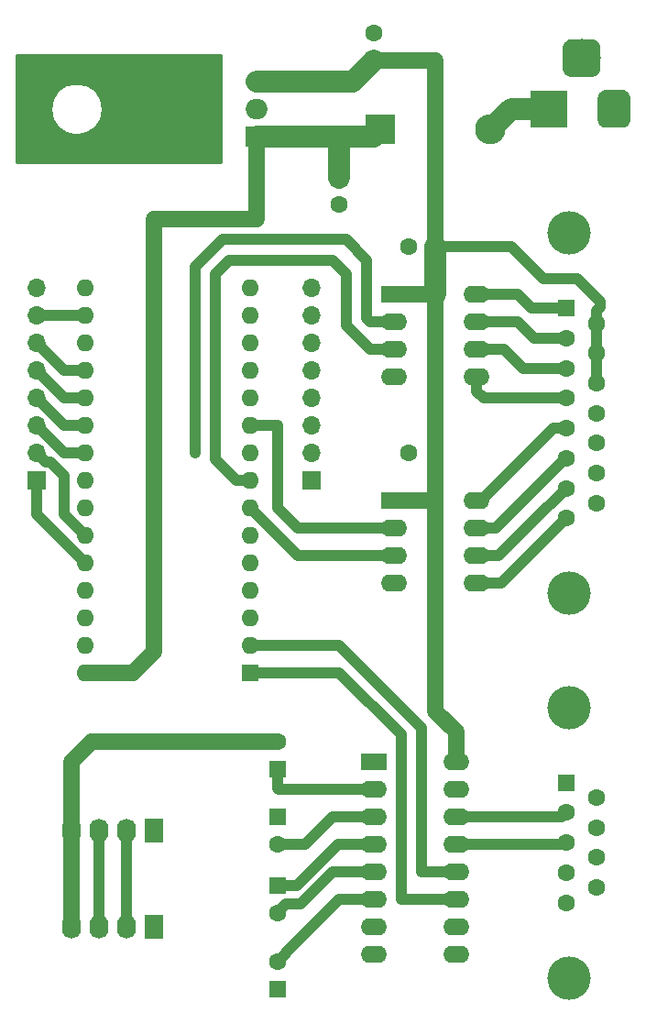
<source format=gbr>
G04 #@! TF.GenerationSoftware,KiCad,Pcbnew,(5.0.0)*
G04 #@! TF.CreationDate,2018-10-30T20:30:18+00:00*
G04 #@! TF.ProjectId,Nano SSI interface,4E616E6F2053534920696E7465726661,rev?*
G04 #@! TF.SameCoordinates,Original*
G04 #@! TF.FileFunction,Copper,L1,Top,Signal*
G04 #@! TF.FilePolarity,Positive*
%FSLAX46Y46*%
G04 Gerber Fmt 4.6, Leading zero omitted, Abs format (unit mm)*
G04 Created by KiCad (PCBNEW (5.0.0)) date 10/30/18 20:30:18*
%MOMM*%
%LPD*%
G01*
G04 APERTURE LIST*
G04 #@! TA.AperFunction,ComponentPad*
%ADD10R,2.800000X2.800000*%
G04 #@! TD*
G04 #@! TA.AperFunction,ComponentPad*
%ADD11O,2.800000X2.800000*%
G04 #@! TD*
G04 #@! TA.AperFunction,ComponentPad*
%ADD12C,1.600000*%
G04 #@! TD*
G04 #@! TA.AperFunction,ComponentPad*
%ADD13R,1.600000X1.600000*%
G04 #@! TD*
G04 #@! TA.AperFunction,ComponentPad*
%ADD14R,3.500000X3.500000*%
G04 #@! TD*
G04 #@! TA.AperFunction,Conductor*
%ADD15C,0.100000*%
G04 #@! TD*
G04 #@! TA.AperFunction,ComponentPad*
%ADD16C,3.000000*%
G04 #@! TD*
G04 #@! TA.AperFunction,ComponentPad*
%ADD17C,3.500000*%
G04 #@! TD*
G04 #@! TA.AperFunction,ComponentPad*
%ADD18C,4.000000*%
G04 #@! TD*
G04 #@! TA.AperFunction,ComponentPad*
%ADD19R,1.740000X2.200000*%
G04 #@! TD*
G04 #@! TA.AperFunction,ComponentPad*
%ADD20O,1.740000X2.200000*%
G04 #@! TD*
G04 #@! TA.AperFunction,ComponentPad*
%ADD21O,1.600000X1.600000*%
G04 #@! TD*
G04 #@! TA.AperFunction,ComponentPad*
%ADD22O,2.400000X1.600000*%
G04 #@! TD*
G04 #@! TA.AperFunction,ComponentPad*
%ADD23R,2.400000X1.600000*%
G04 #@! TD*
G04 #@! TA.AperFunction,ComponentPad*
%ADD24R,2.000000X1.905000*%
G04 #@! TD*
G04 #@! TA.AperFunction,ComponentPad*
%ADD25O,2.000000X1.905000*%
G04 #@! TD*
G04 #@! TA.AperFunction,ComponentPad*
%ADD26O,1.700000X1.700000*%
G04 #@! TD*
G04 #@! TA.AperFunction,ComponentPad*
%ADD27R,1.700000X1.700000*%
G04 #@! TD*
G04 #@! TA.AperFunction,ViaPad*
%ADD28C,0.800000*%
G04 #@! TD*
G04 #@! TA.AperFunction,Conductor*
%ADD29C,2.000000*%
G04 #@! TD*
G04 #@! TA.AperFunction,Conductor*
%ADD30C,1.500000*%
G04 #@! TD*
G04 #@! TA.AperFunction,Conductor*
%ADD31C,1.000000*%
G04 #@! TD*
G04 #@! TA.AperFunction,Conductor*
%ADD32C,0.500000*%
G04 #@! TD*
G04 #@! TA.AperFunction,Conductor*
%ADD33C,0.254000*%
G04 #@! TD*
G04 APERTURE END LIST*
D10*
G04 #@! TO.P,D1,1*
G04 #@! TO.N,Net-(C1-Pad1)*
X194310000Y-33655000D03*
D11*
G04 #@! TO.P,D1,2*
G04 #@! TO.N,Net-(D1-Pad2)*
X204470000Y-33655000D03*
G04 #@! TD*
D12*
G04 #@! TO.P,C1,2*
G04 #@! TO.N,GND*
X190500000Y-40600000D03*
D13*
G04 #@! TO.P,C1,1*
G04 #@! TO.N,Net-(C1-Pad1)*
X190500000Y-38100000D03*
G04 #@! TD*
G04 #@! TO.P,C2,1*
G04 #@! TO.N,+5V*
X193675000Y-27265000D03*
D12*
G04 #@! TO.P,C2,2*
G04 #@! TO.N,GND*
X193675000Y-24765000D03*
G04 #@! TD*
D13*
G04 #@! TO.P,C3,1*
G04 #@! TO.N,Net-(C3-Pad1)*
X184785000Y-97155000D03*
D12*
G04 #@! TO.P,C3,2*
G04 #@! TO.N,Net-(C3-Pad2)*
X184785000Y-99655000D03*
G04 #@! TD*
G04 #@! TO.P,C4,2*
G04 #@! TO.N,Net-(C4-Pad2)*
X184785000Y-106005000D03*
D13*
G04 #@! TO.P,C4,1*
G04 #@! TO.N,Net-(C4-Pad1)*
X184785000Y-103505000D03*
G04 #@! TD*
D12*
G04 #@! TO.P,C5,2*
G04 #@! TO.N,+5V*
X184785000Y-90210000D03*
D13*
G04 #@! TO.P,C5,1*
G04 #@! TO.N,Net-(C5-Pad1)*
X184785000Y-92710000D03*
G04 #@! TD*
G04 #@! TO.P,C6,1*
G04 #@! TO.N,GND*
X184785000Y-113030000D03*
D12*
G04 #@! TO.P,C6,2*
G04 #@! TO.N,Net-(C6-Pad2)*
X184785000Y-110530000D03*
G04 #@! TD*
G04 #@! TO.P,C7,1*
G04 #@! TO.N,+5V*
X199390000Y-44450000D03*
G04 #@! TO.P,C7,2*
G04 #@! TO.N,GND*
X196890000Y-44450000D03*
G04 #@! TD*
G04 #@! TO.P,C8,2*
G04 #@! TO.N,GND*
X196890000Y-63500000D03*
G04 #@! TO.P,C8,1*
G04 #@! TO.N,+5V*
X199390000Y-63500000D03*
G04 #@! TD*
D14*
G04 #@! TO.P,J1,1*
G04 #@! TO.N,Net-(D1-Pad2)*
X209900000Y-31750000D03*
D15*
G04 #@! TD*
G04 #@! TO.N,GND*
G04 #@! TO.C,J1*
G36*
X216723513Y-30003611D02*
X216796318Y-30014411D01*
X216867714Y-30032295D01*
X216937013Y-30057090D01*
X217003548Y-30088559D01*
X217066678Y-30126398D01*
X217125795Y-30170242D01*
X217180330Y-30219670D01*
X217229758Y-30274205D01*
X217273602Y-30333322D01*
X217311441Y-30396452D01*
X217342910Y-30462987D01*
X217367705Y-30532286D01*
X217385589Y-30603682D01*
X217396389Y-30676487D01*
X217400000Y-30750000D01*
X217400000Y-32750000D01*
X217396389Y-32823513D01*
X217385589Y-32896318D01*
X217367705Y-32967714D01*
X217342910Y-33037013D01*
X217311441Y-33103548D01*
X217273602Y-33166678D01*
X217229758Y-33225795D01*
X217180330Y-33280330D01*
X217125795Y-33329758D01*
X217066678Y-33373602D01*
X217003548Y-33411441D01*
X216937013Y-33442910D01*
X216867714Y-33467705D01*
X216796318Y-33485589D01*
X216723513Y-33496389D01*
X216650000Y-33500000D01*
X215150000Y-33500000D01*
X215076487Y-33496389D01*
X215003682Y-33485589D01*
X214932286Y-33467705D01*
X214862987Y-33442910D01*
X214796452Y-33411441D01*
X214733322Y-33373602D01*
X214674205Y-33329758D01*
X214619670Y-33280330D01*
X214570242Y-33225795D01*
X214526398Y-33166678D01*
X214488559Y-33103548D01*
X214457090Y-33037013D01*
X214432295Y-32967714D01*
X214414411Y-32896318D01*
X214403611Y-32823513D01*
X214400000Y-32750000D01*
X214400000Y-30750000D01*
X214403611Y-30676487D01*
X214414411Y-30603682D01*
X214432295Y-30532286D01*
X214457090Y-30462987D01*
X214488559Y-30396452D01*
X214526398Y-30333322D01*
X214570242Y-30274205D01*
X214619670Y-30219670D01*
X214674205Y-30170242D01*
X214733322Y-30126398D01*
X214796452Y-30088559D01*
X214862987Y-30057090D01*
X214932286Y-30032295D01*
X215003682Y-30014411D01*
X215076487Y-30003611D01*
X215150000Y-30000000D01*
X216650000Y-30000000D01*
X216723513Y-30003611D01*
X216723513Y-30003611D01*
G37*
D16*
G04 #@! TO.P,J1,2*
G04 #@! TO.N,GND*
X215900000Y-31750000D03*
D15*
G04 #@! TD*
G04 #@! TO.N,N/C*
G04 #@! TO.C,J1*
G36*
X213860765Y-25304213D02*
X213945704Y-25316813D01*
X214028999Y-25337677D01*
X214109848Y-25366605D01*
X214187472Y-25403319D01*
X214261124Y-25447464D01*
X214330094Y-25498616D01*
X214393718Y-25556282D01*
X214451384Y-25619906D01*
X214502536Y-25688876D01*
X214546681Y-25762528D01*
X214583395Y-25840152D01*
X214612323Y-25921001D01*
X214633187Y-26004296D01*
X214645787Y-26089235D01*
X214650000Y-26175000D01*
X214650000Y-27925000D01*
X214645787Y-28010765D01*
X214633187Y-28095704D01*
X214612323Y-28178999D01*
X214583395Y-28259848D01*
X214546681Y-28337472D01*
X214502536Y-28411124D01*
X214451384Y-28480094D01*
X214393718Y-28543718D01*
X214330094Y-28601384D01*
X214261124Y-28652536D01*
X214187472Y-28696681D01*
X214109848Y-28733395D01*
X214028999Y-28762323D01*
X213945704Y-28783187D01*
X213860765Y-28795787D01*
X213775000Y-28800000D01*
X212025000Y-28800000D01*
X211939235Y-28795787D01*
X211854296Y-28783187D01*
X211771001Y-28762323D01*
X211690152Y-28733395D01*
X211612528Y-28696681D01*
X211538876Y-28652536D01*
X211469906Y-28601384D01*
X211406282Y-28543718D01*
X211348616Y-28480094D01*
X211297464Y-28411124D01*
X211253319Y-28337472D01*
X211216605Y-28259848D01*
X211187677Y-28178999D01*
X211166813Y-28095704D01*
X211154213Y-28010765D01*
X211150000Y-27925000D01*
X211150000Y-26175000D01*
X211154213Y-26089235D01*
X211166813Y-26004296D01*
X211187677Y-25921001D01*
X211216605Y-25840152D01*
X211253319Y-25762528D01*
X211297464Y-25688876D01*
X211348616Y-25619906D01*
X211406282Y-25556282D01*
X211469906Y-25498616D01*
X211538876Y-25447464D01*
X211612528Y-25403319D01*
X211690152Y-25366605D01*
X211771001Y-25337677D01*
X211854296Y-25316813D01*
X211939235Y-25304213D01*
X212025000Y-25300000D01*
X213775000Y-25300000D01*
X213860765Y-25304213D01*
X213860765Y-25304213D01*
G37*
D17*
G04 #@! TO.P,J1,3*
G04 #@! TO.N,N/C*
X212900000Y-27050000D03*
G04 #@! TD*
D13*
G04 #@! TO.P,J2,1*
G04 #@! TO.N,Net-(J2-Pad1)*
X211455000Y-93980000D03*
D12*
G04 #@! TO.P,J2,2*
G04 #@! TO.N,Net-(J2-Pad2)*
X211455000Y-96750000D03*
G04 #@! TO.P,J2,3*
G04 #@! TO.N,Net-(J2-Pad3)*
X211455000Y-99520000D03*
G04 #@! TO.P,J2,4*
G04 #@! TO.N,Net-(J2-Pad4)*
X211455000Y-102290000D03*
G04 #@! TO.P,J2,5*
G04 #@! TO.N,GND*
X211455000Y-105060000D03*
G04 #@! TO.P,J2,6*
G04 #@! TO.N,Net-(J2-Pad6)*
X214295000Y-95365000D03*
G04 #@! TO.P,J2,7*
G04 #@! TO.N,Net-(J2-Pad7)*
X214295000Y-98135000D03*
G04 #@! TO.P,J2,8*
G04 #@! TO.N,Net-(J2-Pad8)*
X214295000Y-100905000D03*
G04 #@! TO.P,J2,9*
G04 #@! TO.N,Net-(J2-Pad9)*
X214295000Y-103675000D03*
D18*
G04 #@! TO.P,J2,0*
G04 #@! TO.N,GND*
X211755000Y-112020000D03*
X211755000Y-87020000D03*
G04 #@! TD*
D19*
G04 #@! TO.P,J5,1*
G04 #@! TO.N,GND*
X173355000Y-98425000D03*
D20*
G04 #@! TO.P,J5,2*
G04 #@! TO.N,Net-(J4-Pad2)*
X170815000Y-98425000D03*
G04 #@! TO.P,J5,3*
G04 #@! TO.N,Net-(J4-Pad3)*
X168275000Y-98425000D03*
G04 #@! TO.P,J5,4*
G04 #@! TO.N,+5V*
X165735000Y-98425000D03*
G04 #@! TD*
D13*
G04 #@! TO.P,U1,1*
G04 #@! TO.N,Net-(U1-Pad1)*
X182245000Y-83820000D03*
D21*
G04 #@! TO.P,U1,17*
G04 #@! TO.N,Net-(J7-Pad7)*
X167005000Y-50800000D03*
G04 #@! TO.P,U1,2*
G04 #@! TO.N,Net-(U1-Pad2)*
X182245000Y-81280000D03*
G04 #@! TO.P,U1,18*
G04 #@! TO.N,Net-(U1-Pad18)*
X167005000Y-53340000D03*
G04 #@! TO.P,U1,3*
G04 #@! TO.N,Net-(U1-Pad3)*
X182245000Y-78740000D03*
G04 #@! TO.P,U1,19*
G04 #@! TO.N,Net-(J7-Pad6)*
X167005000Y-55880000D03*
G04 #@! TO.P,U1,4*
G04 #@! TO.N,GND*
X182245000Y-76200000D03*
G04 #@! TO.P,U1,20*
G04 #@! TO.N,Net-(J7-Pad5)*
X167005000Y-58420000D03*
G04 #@! TO.P,U1,5*
G04 #@! TO.N,Net-(J6-Pad1)*
X182245000Y-73660000D03*
G04 #@! TO.P,U1,21*
G04 #@! TO.N,Net-(J7-Pad4)*
X167005000Y-60960000D03*
G04 #@! TO.P,U1,6*
G04 #@! TO.N,Net-(J6-Pad2)*
X182245000Y-71120000D03*
G04 #@! TO.P,U1,22*
G04 #@! TO.N,Net-(J7-Pad3)*
X167005000Y-63500000D03*
G04 #@! TO.P,U1,7*
G04 #@! TO.N,Net-(U1-Pad7)*
X182245000Y-68580000D03*
G04 #@! TO.P,U1,23*
G04 #@! TO.N,Net-(J4-Pad2)*
X167005000Y-66040000D03*
G04 #@! TO.P,U1,8*
G04 #@! TO.N,Net-(U1-Pad8)*
X182245000Y-66040000D03*
G04 #@! TO.P,U1,24*
G04 #@! TO.N,Net-(J4-Pad3)*
X167005000Y-68580000D03*
G04 #@! TO.P,U1,9*
G04 #@! TO.N,Net-(U1-Pad9)*
X182245000Y-63500000D03*
G04 #@! TO.P,U1,25*
G04 #@! TO.N,Net-(J7-Pad2)*
X167005000Y-71120000D03*
G04 #@! TO.P,U1,10*
G04 #@! TO.N,Net-(U1-Pad10)*
X182245000Y-60960000D03*
G04 #@! TO.P,U1,26*
G04 #@! TO.N,Net-(J7-Pad1)*
X167005000Y-73660000D03*
G04 #@! TO.P,U1,11*
G04 #@! TO.N,Net-(J6-Pad3)*
X182245000Y-58420000D03*
G04 #@! TO.P,U1,27*
G04 #@! TO.N,Net-(U1-Pad27)*
X167005000Y-76200000D03*
G04 #@! TO.P,U1,12*
G04 #@! TO.N,Net-(J6-Pad4)*
X182245000Y-55880000D03*
G04 #@! TO.P,U1,28*
G04 #@! TO.N,Net-(U1-Pad28)*
X167005000Y-78740000D03*
G04 #@! TO.P,U1,13*
G04 #@! TO.N,Net-(J6-Pad5)*
X182245000Y-53340000D03*
G04 #@! TO.P,U1,29*
G04 #@! TO.N,GND*
X167005000Y-81280000D03*
G04 #@! TO.P,U1,14*
G04 #@! TO.N,Net-(J6-Pad6)*
X182245000Y-50800000D03*
G04 #@! TO.P,U1,30*
G04 #@! TO.N,Net-(C1-Pad1)*
X167005000Y-83820000D03*
G04 #@! TO.P,U1,15*
G04 #@! TO.N,Net-(J6-Pad7)*
X182245000Y-48260000D03*
G04 #@! TO.P,U1,16*
G04 #@! TO.N,Net-(J6-Pad8)*
X167005000Y-48260000D03*
G04 #@! TD*
D22*
G04 #@! TO.P,U3,8*
G04 #@! TO.N,Net-(J3-Pad1)*
X203200000Y-48895000D03*
G04 #@! TO.P,U3,4*
G04 #@! TO.N,GND*
X195580000Y-56515000D03*
G04 #@! TO.P,U3,7*
G04 #@! TO.N,Net-(J3-Pad2)*
X203200000Y-51435000D03*
G04 #@! TO.P,U3,3*
G04 #@! TO.N,Net-(U1-Pad8)*
X195580000Y-53975000D03*
G04 #@! TO.P,U3,6*
G04 #@! TO.N,Net-(J3-Pad3)*
X203200000Y-53975000D03*
G04 #@! TO.P,U3,2*
G04 #@! TO.N,Net-(U1-Pad9)*
X195580000Y-51435000D03*
G04 #@! TO.P,U3,5*
G04 #@! TO.N,Net-(J3-Pad4)*
X203200000Y-56515000D03*
D23*
G04 #@! TO.P,U3,1*
G04 #@! TO.N,+5V*
X195580000Y-48895000D03*
G04 #@! TD*
G04 #@! TO.P,U4,1*
G04 #@! TO.N,+5V*
X195580000Y-67945000D03*
D22*
G04 #@! TO.P,U4,5*
G04 #@! TO.N,Net-(J3-Pad8)*
X203200000Y-75565000D03*
G04 #@! TO.P,U4,2*
G04 #@! TO.N,Net-(U1-Pad10)*
X195580000Y-70485000D03*
G04 #@! TO.P,U4,6*
G04 #@! TO.N,Net-(J3-Pad7)*
X203200000Y-73025000D03*
G04 #@! TO.P,U4,3*
G04 #@! TO.N,Net-(U1-Pad7)*
X195580000Y-73025000D03*
G04 #@! TO.P,U4,7*
G04 #@! TO.N,Net-(J3-Pad6)*
X203200000Y-70485000D03*
G04 #@! TO.P,U4,4*
G04 #@! TO.N,GND*
X195580000Y-75565000D03*
G04 #@! TO.P,U4,8*
G04 #@! TO.N,Net-(J3-Pad5)*
X203200000Y-67945000D03*
G04 #@! TD*
D23*
G04 #@! TO.P,U5,1*
G04 #@! TO.N,Net-(C3-Pad1)*
X193675000Y-92075000D03*
D22*
G04 #@! TO.P,U5,9*
G04 #@! TO.N,Net-(U5-Pad9)*
X201295000Y-109855000D03*
G04 #@! TO.P,U5,2*
G04 #@! TO.N,Net-(C5-Pad1)*
X193675000Y-94615000D03*
G04 #@! TO.P,U5,10*
G04 #@! TO.N,Net-(U5-Pad10)*
X201295000Y-107315000D03*
G04 #@! TO.P,U5,3*
G04 #@! TO.N,Net-(C3-Pad2)*
X193675000Y-97155000D03*
G04 #@! TO.P,U5,11*
G04 #@! TO.N,Net-(U1-Pad1)*
X201295000Y-104775000D03*
G04 #@! TO.P,U5,4*
G04 #@! TO.N,Net-(C4-Pad1)*
X193675000Y-99695000D03*
G04 #@! TO.P,U5,12*
G04 #@! TO.N,Net-(U1-Pad2)*
X201295000Y-102235000D03*
G04 #@! TO.P,U5,5*
G04 #@! TO.N,Net-(C4-Pad2)*
X193675000Y-102235000D03*
G04 #@! TO.P,U5,13*
G04 #@! TO.N,Net-(J2-Pad3)*
X201295000Y-99695000D03*
G04 #@! TO.P,U5,6*
G04 #@! TO.N,Net-(C6-Pad2)*
X193675000Y-104775000D03*
G04 #@! TO.P,U5,14*
G04 #@! TO.N,Net-(J2-Pad2)*
X201295000Y-97155000D03*
G04 #@! TO.P,U5,7*
G04 #@! TO.N,Net-(U5-Pad7)*
X193675000Y-107315000D03*
G04 #@! TO.P,U5,15*
G04 #@! TO.N,GND*
X201295000Y-94615000D03*
G04 #@! TO.P,U5,8*
G04 #@! TO.N,Net-(U5-Pad8)*
X193675000Y-109855000D03*
G04 #@! TO.P,U5,16*
G04 #@! TO.N,+5V*
X201295000Y-92075000D03*
G04 #@! TD*
D13*
G04 #@! TO.P,J3,1*
G04 #@! TO.N,Net-(J3-Pad1)*
X211455000Y-50165000D03*
D12*
G04 #@! TO.P,J3,2*
G04 #@! TO.N,Net-(J3-Pad2)*
X211455000Y-52935000D03*
G04 #@! TO.P,J3,3*
G04 #@! TO.N,Net-(J3-Pad3)*
X211455000Y-55705000D03*
G04 #@! TO.P,J3,4*
G04 #@! TO.N,Net-(J3-Pad4)*
X211455000Y-58475000D03*
G04 #@! TO.P,J3,5*
G04 #@! TO.N,Net-(J3-Pad5)*
X211455000Y-61245000D03*
G04 #@! TO.P,J3,6*
G04 #@! TO.N,Net-(J3-Pad6)*
X211455000Y-64015000D03*
G04 #@! TO.P,J3,7*
G04 #@! TO.N,Net-(J3-Pad7)*
X211455000Y-66785000D03*
G04 #@! TO.P,J3,8*
G04 #@! TO.N,Net-(J3-Pad8)*
X211455000Y-69555000D03*
G04 #@! TO.P,J3,9*
G04 #@! TO.N,+5V*
X214295000Y-51550000D03*
G04 #@! TO.P,J3,10*
X214295000Y-54320000D03*
G04 #@! TO.P,J3,11*
X214295000Y-57090000D03*
G04 #@! TO.P,J3,12*
G04 #@! TO.N,GND*
X214295000Y-59860000D03*
G04 #@! TO.P,J3,13*
X214295000Y-62630000D03*
G04 #@! TO.P,J3,14*
X214295000Y-65400000D03*
G04 #@! TO.P,J3,15*
X214295000Y-68170000D03*
D18*
G04 #@! TO.P,J3,0*
X211755000Y-76510000D03*
X211755000Y-43210000D03*
G04 #@! TD*
D19*
G04 #@! TO.P,J4,1*
G04 #@! TO.N,GND*
X173355000Y-107315000D03*
D20*
G04 #@! TO.P,J4,2*
G04 #@! TO.N,Net-(J4-Pad2)*
X170815000Y-107315000D03*
G04 #@! TO.P,J4,3*
G04 #@! TO.N,Net-(J4-Pad3)*
X168275000Y-107315000D03*
G04 #@! TO.P,J4,4*
G04 #@! TO.N,+5V*
X165735000Y-107315000D03*
G04 #@! TD*
D24*
G04 #@! TO.P,U2,1*
G04 #@! TO.N,Net-(C1-Pad1)*
X182880000Y-34290000D03*
D25*
G04 #@! TO.P,U2,2*
G04 #@! TO.N,GND*
X182880000Y-31750000D03*
G04 #@! TO.P,U2,3*
G04 #@! TO.N,+5V*
X182880000Y-29210000D03*
G04 #@! TD*
D26*
G04 #@! TO.P,J6,8*
G04 #@! TO.N,Net-(J6-Pad8)*
X187960000Y-48260000D03*
G04 #@! TO.P,J6,7*
G04 #@! TO.N,Net-(J6-Pad7)*
X187960000Y-50800000D03*
G04 #@! TO.P,J6,6*
G04 #@! TO.N,Net-(J6-Pad6)*
X187960000Y-53340000D03*
G04 #@! TO.P,J6,5*
G04 #@! TO.N,Net-(J6-Pad5)*
X187960000Y-55880000D03*
G04 #@! TO.P,J6,4*
G04 #@! TO.N,Net-(J6-Pad4)*
X187960000Y-58420000D03*
G04 #@! TO.P,J6,3*
G04 #@! TO.N,Net-(J6-Pad3)*
X187960000Y-60960000D03*
G04 #@! TO.P,J6,2*
G04 #@! TO.N,Net-(J6-Pad2)*
X187960000Y-63500000D03*
D27*
G04 #@! TO.P,J6,1*
G04 #@! TO.N,Net-(J6-Pad1)*
X187960000Y-66040000D03*
G04 #@! TD*
G04 #@! TO.P,J7,1*
G04 #@! TO.N,Net-(J7-Pad1)*
X162560000Y-66040000D03*
D26*
G04 #@! TO.P,J7,2*
G04 #@! TO.N,Net-(J7-Pad2)*
X162560000Y-63500000D03*
G04 #@! TO.P,J7,3*
G04 #@! TO.N,Net-(J7-Pad3)*
X162560000Y-60960000D03*
G04 #@! TO.P,J7,4*
G04 #@! TO.N,Net-(J7-Pad4)*
X162560000Y-58420000D03*
G04 #@! TO.P,J7,5*
G04 #@! TO.N,Net-(J7-Pad5)*
X162560000Y-55880000D03*
G04 #@! TO.P,J7,6*
G04 #@! TO.N,Net-(J7-Pad6)*
X162560000Y-53340000D03*
G04 #@! TO.P,J7,7*
G04 #@! TO.N,Net-(J7-Pad7)*
X162560000Y-50800000D03*
G04 #@! TO.P,J7,8*
G04 #@! TO.N,GND*
X162560000Y-48260000D03*
G04 #@! TD*
D28*
G04 #@! TO.N,GND*
X164465000Y-27940000D03*
X166370000Y-27940000D03*
X168275000Y-27940000D03*
X170180000Y-27940000D03*
X172085000Y-27940000D03*
X173990000Y-27940000D03*
X164465000Y-35560000D03*
X166370000Y-35560000D03*
X168275000Y-35560000D03*
X170180000Y-35560000D03*
X172085000Y-35560000D03*
X173990000Y-35560000D03*
X173990000Y-33020000D03*
X173990000Y-30480000D03*
X172085000Y-30480000D03*
X172085000Y-33020000D03*
X170180000Y-33020000D03*
X170180000Y-30480000D03*
G04 #@! TO.N,Net-(U1-Pad9)*
X177165000Y-63500000D03*
G04 #@! TD*
D29*
G04 #@! TO.N,Net-(C1-Pad1)*
X194310000Y-33655000D02*
X193675000Y-34290000D01*
X190500000Y-38100000D02*
X190500000Y-34290000D01*
X193675000Y-34290000D02*
X190500000Y-34290000D01*
X190500000Y-34290000D02*
X182880000Y-34290000D01*
D30*
X168136370Y-83820000D02*
X167005000Y-83820000D01*
X171450000Y-83820000D02*
X168136370Y-83820000D01*
X173355000Y-81915000D02*
X171450000Y-83820000D01*
X173355000Y-41910000D02*
X173355000Y-81915000D01*
X182880000Y-41910000D02*
X173355000Y-41910000D01*
X182880000Y-34290000D02*
X182880000Y-41910000D01*
D29*
G04 #@! TO.N,+5V*
X191730000Y-29210000D02*
X193675000Y-27265000D01*
X182880000Y-29210000D02*
X191730000Y-29210000D01*
D30*
X199350000Y-27265000D02*
X193675000Y-27265000D01*
X199390000Y-27305000D02*
X199390000Y-44450000D01*
X199350000Y-27265000D02*
X199390000Y-27305000D01*
X195580000Y-48895000D02*
X199390000Y-48895000D01*
D29*
X199390000Y-44450000D02*
X199390000Y-48895000D01*
D30*
X199390000Y-48895000D02*
X199390000Y-63500000D01*
X199390000Y-63500000D02*
X199390000Y-67945000D01*
X199390000Y-67945000D02*
X195580000Y-67945000D01*
X201295000Y-89275000D02*
X201295000Y-92075000D01*
X199390000Y-87370000D02*
X201295000Y-89275000D01*
X199390000Y-67945000D02*
X199390000Y-87370000D01*
D31*
X214295000Y-51550000D02*
X214295000Y-57090000D01*
X206375000Y-44450000D02*
X199390000Y-44450000D01*
X214295000Y-50418630D02*
X214630000Y-50083630D01*
X214295000Y-51550000D02*
X214295000Y-50418630D01*
X214630000Y-50083630D02*
X214630000Y-49579998D01*
X214630000Y-49579998D02*
X212494992Y-47444990D01*
X212494992Y-47444990D02*
X209369990Y-47444990D01*
X209369990Y-47444990D02*
X206375000Y-44450000D01*
D30*
X167600000Y-90210000D02*
X184785000Y-90210000D01*
X165735000Y-98425000D02*
X165735000Y-92075000D01*
X165735000Y-92075000D02*
X167600000Y-90210000D01*
X165735000Y-98425000D02*
X165735000Y-107315000D01*
D31*
G04 #@! TO.N,Net-(C3-Pad2)*
X193675000Y-97155000D02*
X189865000Y-97155000D01*
X187365000Y-99655000D02*
X184785000Y-99655000D01*
X189865000Y-97155000D02*
X187365000Y-99655000D01*
G04 #@! TO.N,Net-(C4-Pad2)*
X185584999Y-105205001D02*
X186894999Y-105205001D01*
X184785000Y-106005000D02*
X185584999Y-105205001D01*
X189865000Y-102235000D02*
X193675000Y-102235000D01*
X186894999Y-105205001D02*
X189865000Y-102235000D01*
G04 #@! TO.N,Net-(C4-Pad1)*
X191475000Y-99695000D02*
X193675000Y-99695000D01*
X190395000Y-99695000D02*
X191475000Y-99695000D01*
X186585000Y-103505000D02*
X190395000Y-99695000D01*
X184785000Y-103505000D02*
X186585000Y-103505000D01*
G04 #@! TO.N,Net-(C5-Pad1)*
X184785000Y-94510000D02*
X184785000Y-92710000D01*
X184890000Y-94615000D02*
X184785000Y-94510000D01*
X193675000Y-94615000D02*
X184890000Y-94615000D01*
G04 #@! TO.N,Net-(C6-Pad2)*
X185584999Y-109730001D02*
X185584999Y-109690001D01*
X184785000Y-110530000D02*
X185584999Y-109730001D01*
X190500000Y-104775000D02*
X193675000Y-104775000D01*
X185584999Y-109690001D02*
X190500000Y-104775000D01*
D29*
G04 #@! TO.N,Net-(D1-Pad2)*
X206375000Y-31750000D02*
X204470000Y-33655000D01*
X209900000Y-31750000D02*
X206375000Y-31750000D01*
D32*
G04 #@! TO.N,Net-(J2-Pad2)*
X211050000Y-97155000D02*
X211455000Y-96750000D01*
D31*
X201295000Y-97155000D02*
X211050000Y-97155000D01*
D32*
G04 #@! TO.N,Net-(J2-Pad3)*
X211280000Y-99695000D02*
X211455000Y-99520000D01*
D31*
X201295000Y-99695000D02*
X211280000Y-99695000D01*
G04 #@! TO.N,Net-(J3-Pad3)*
X211455000Y-55705000D02*
X207470000Y-55705000D01*
X205740000Y-53975000D02*
X203200000Y-53975000D01*
X207470000Y-55705000D02*
X205740000Y-53975000D01*
G04 #@! TO.N,Net-(J3-Pad6)*
X210655001Y-64814999D02*
X211455000Y-64015000D01*
X204985000Y-70485000D02*
X210655001Y-64814999D01*
X203200000Y-70485000D02*
X204985000Y-70485000D01*
G04 #@! TO.N,Net-(J3-Pad7)*
X205215000Y-73025000D02*
X208280000Y-69960000D01*
X203200000Y-73025000D02*
X205215000Y-73025000D01*
X208280000Y-69960000D02*
X211455000Y-66785000D01*
G04 #@! TO.N,Net-(J3-Pad8)*
X205445000Y-75565000D02*
X211455000Y-69555000D01*
X203200000Y-75565000D02*
X205445000Y-75565000D01*
G04 #@! TO.N,Net-(J4-Pad3)*
X168275000Y-98425000D02*
X168275000Y-107315000D01*
G04 #@! TO.N,Net-(U1-Pad1)*
X201295000Y-104775000D02*
X196215000Y-104775000D01*
X196215000Y-104775000D02*
X196215000Y-89535000D01*
X196215000Y-89535000D02*
X190500000Y-83820000D01*
X190500000Y-83820000D02*
X182245000Y-83820000D01*
G04 #@! TO.N,Net-(U1-Pad2)*
X190500000Y-81280000D02*
X182245000Y-81280000D01*
X198120000Y-88900000D02*
X190500000Y-81280000D01*
X201295000Y-102235000D02*
X198120000Y-102235000D01*
X198120000Y-102235000D02*
X198120000Y-88900000D01*
G04 #@! TO.N,Net-(U1-Pad7)*
X186690000Y-73025000D02*
X182245000Y-68580000D01*
X195580000Y-73025000D02*
X186690000Y-73025000D01*
G04 #@! TO.N,Net-(U1-Pad8)*
X180975000Y-66040000D02*
X182245000Y-66040000D01*
X179070000Y-64135000D02*
X180975000Y-66040000D01*
X193380000Y-53975000D02*
X191135000Y-51730000D01*
X195580000Y-53975000D02*
X193380000Y-53975000D01*
X191135000Y-51730000D02*
X191135000Y-46990000D01*
X191135000Y-46990000D02*
X189865000Y-45720000D01*
X179070000Y-46990000D02*
X179070000Y-64135000D01*
X189865000Y-45720000D02*
X180340000Y-45720000D01*
X180340000Y-45720000D02*
X179070000Y-46990000D01*
G04 #@! TO.N,Net-(U1-Pad9)*
X193380000Y-51435000D02*
X193040000Y-51095000D01*
X195580000Y-51435000D02*
X193380000Y-51435000D01*
X193040000Y-51095000D02*
X193040000Y-45720000D01*
X193040000Y-45720000D02*
X191135000Y-43815000D01*
X191135000Y-43815000D02*
X179705000Y-43815000D01*
X179705000Y-43815000D02*
X177165000Y-46355000D01*
X177165000Y-46355000D02*
X177165000Y-63500000D01*
G04 #@! TO.N,Net-(U1-Pad10)*
X184785000Y-60960000D02*
X182245000Y-60960000D01*
X184785000Y-68580000D02*
X184785000Y-60960000D01*
X195580000Y-70485000D02*
X186690000Y-70485000D01*
X186690000Y-70485000D02*
X184785000Y-68580000D01*
G04 #@! TO.N,Net-(J3-Pad1)*
X211455000Y-50165000D02*
X208280000Y-50165000D01*
X207010000Y-48895000D02*
X203200000Y-48895000D01*
X208280000Y-50165000D02*
X207010000Y-48895000D01*
G04 #@! TO.N,Net-(J3-Pad2)*
X211455000Y-52935000D02*
X208510000Y-52935000D01*
X207010000Y-51435000D02*
X203200000Y-51435000D01*
X208510000Y-52935000D02*
X207010000Y-51435000D01*
G04 #@! TO.N,Net-(J3-Pad4)*
X203200000Y-57815000D02*
X203200000Y-56515000D01*
X203860000Y-58475000D02*
X203200000Y-57815000D01*
X211455000Y-58475000D02*
X203860000Y-58475000D01*
G04 #@! TO.N,Net-(J3-Pad5)*
X210323630Y-61245000D02*
X211455000Y-61245000D01*
D32*
X210300000Y-61245000D02*
X210323630Y-61245000D01*
D31*
X203600000Y-67945000D02*
X210300000Y-61245000D01*
X203200000Y-67945000D02*
X203600000Y-67945000D01*
G04 #@! TO.N,Net-(J4-Pad2)*
X170815000Y-98425000D02*
X170815000Y-100525000D01*
X170815000Y-98425000D02*
X170815000Y-107315000D01*
G04 #@! TO.N,Net-(J7-Pad1)*
X162560000Y-69215000D02*
X162560000Y-66040000D01*
X167005000Y-73660000D02*
X162560000Y-69215000D01*
G04 #@! TO.N,Net-(J7-Pad2)*
X167005000Y-71120000D02*
X165100000Y-69215000D01*
X163409999Y-64349999D02*
X162560000Y-63500000D01*
X163830001Y-64349999D02*
X163409999Y-64349999D01*
X165100000Y-65619998D02*
X163830001Y-64349999D01*
X165100000Y-69215000D02*
X165100000Y-65619998D01*
G04 #@! TO.N,Net-(J7-Pad3)*
X165100000Y-63500000D02*
X162560000Y-60960000D01*
X167005000Y-63500000D02*
X165100000Y-63500000D01*
G04 #@! TO.N,Net-(J7-Pad4)*
X165100000Y-60960000D02*
X162560000Y-58420000D01*
X167005000Y-60960000D02*
X165100000Y-60960000D01*
G04 #@! TO.N,Net-(J7-Pad5)*
X165100000Y-58420000D02*
X162560000Y-55880000D01*
X167005000Y-58420000D02*
X165100000Y-58420000D01*
G04 #@! TO.N,Net-(J7-Pad6)*
X165100000Y-55880000D02*
X162560000Y-53340000D01*
X167005000Y-55880000D02*
X165100000Y-55880000D01*
G04 #@! TO.N,Net-(J7-Pad7)*
X167005000Y-50800000D02*
X162560000Y-50800000D01*
G04 #@! TD*
D33*
G04 #@! TO.N,GND*
G36*
X179578000Y-36703000D02*
X160710000Y-36703000D01*
X160710000Y-31750000D01*
X163788276Y-31750000D01*
X163973380Y-32680580D01*
X164500511Y-33469489D01*
X165289420Y-33996620D01*
X165985103Y-34135000D01*
X166454897Y-34135000D01*
X167150580Y-33996620D01*
X167939489Y-33469489D01*
X168466620Y-32680580D01*
X168651724Y-31750000D01*
X168466620Y-30819420D01*
X167939489Y-30030511D01*
X167150580Y-29503380D01*
X166454897Y-29365000D01*
X165985103Y-29365000D01*
X165289420Y-29503380D01*
X164500511Y-30030511D01*
X163973380Y-30819420D01*
X163788276Y-31750000D01*
X160710000Y-31750000D01*
X160710000Y-26797000D01*
X179578000Y-26797000D01*
X179578000Y-36703000D01*
X179578000Y-36703000D01*
G37*
X179578000Y-36703000D02*
X160710000Y-36703000D01*
X160710000Y-31750000D01*
X163788276Y-31750000D01*
X163973380Y-32680580D01*
X164500511Y-33469489D01*
X165289420Y-33996620D01*
X165985103Y-34135000D01*
X166454897Y-34135000D01*
X167150580Y-33996620D01*
X167939489Y-33469489D01*
X168466620Y-32680580D01*
X168651724Y-31750000D01*
X168466620Y-30819420D01*
X167939489Y-30030511D01*
X167150580Y-29503380D01*
X166454897Y-29365000D01*
X165985103Y-29365000D01*
X165289420Y-29503380D01*
X164500511Y-30030511D01*
X163973380Y-30819420D01*
X163788276Y-31750000D01*
X160710000Y-31750000D01*
X160710000Y-26797000D01*
X179578000Y-26797000D01*
X179578000Y-36703000D01*
G04 #@! TD*
M02*

</source>
